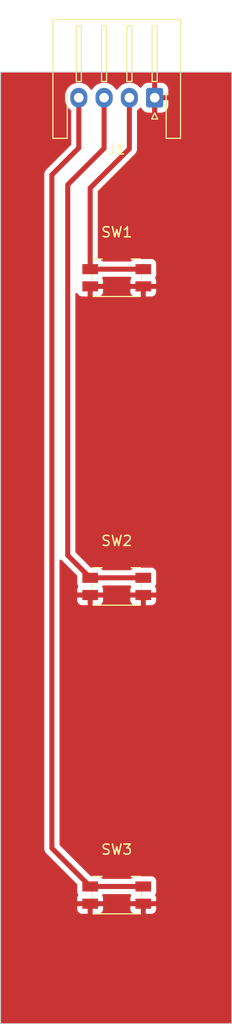
<source format=kicad_pcb>
(kicad_pcb (version 20221018) (generator pcbnew)
  (layers (0 "F.Cu" signal) (31 "B.Cu" signal) (34 "B.Paste" user) (35 "F.Paste" user) (36 "B.SilkS" user "B.Silkscreen") (37 "F.SilkS" user "F.Silkscreen") (38 "B.Mask" user) (39 "F.Mask" user) (44 "Edge.Cuts" user))
  (net 0 "")
  (net 1 "GND")
  (net 2 "SW1")
  (net 3 "SW2")
  (net 4 "SW3")
  (footprint "Button_Switch_SMD:Panasonic_EVQPUJ_EVQPUA" (layer "F.Cu") (at 47.05 48.26)
    (fp_text reference "SW1" (at 0 -4.5) (layer "F.SilkS"))
    (fp_text value "SW_Push")
    (fp_line (start -2.45 0.275) (end -2.45 -0.275) (stroke (width 0.12)) (layer "F.SilkS"))
    (fp_line (start -1.425 -1.85) (end -2.35 -1.85) (stroke (width 0.12)) (layer "F.SilkS"))
    (fp_line (start 2.35 -1.85) (end 1.425 -1.85) (stroke (width 0.12)) (layer "F.SilkS"))
    (fp_line (start 2.35 1.85) (end -2.35 1.85) (stroke (width 0.12)) (layer "F.SilkS"))
    (fp_line (start 2.45 0.275) (end 2.45 -0.275) (stroke (width 0.12)) (layer "F.SilkS"))
    (pad "1" smd rect (at -2.625 -0.85 180) (size 1.55 1) (layers "F.Cu" "F.Paste" "F.Mask") (net 2 "SW1"))
    (pad "1" smd rect (at 2.625 -0.85 180) (size 1.55 1) (layers "F.Cu" "F.Paste" "F.Mask") (net 2 "SW1"))
    (pad "2" smd rect (at -2.625 0.85 180) (size 1.55 1) (layers "F.Cu" "F.Paste" "F.Mask") (net 1 "GND"))
    (pad "2" smd rect (at 2.625 0.85 180) (size 1.55 1) (layers "F.Cu" "F.Paste" "F.Mask") (net 1 "GND"))
  )
  (footprint "Connector_JST:JST_XH_S4B-XH-A-1_1x04_P2.50mm_Horizontal" (layer "F.Cu") (at 50.8 30.48 180)
    (fp_text reference "J1" (at 3.75 -5.1) (layer "F.SilkS"))
    (fp_text value "CONTROLLER")
    (fp_line (start -2.56 -4.01) (end -1.14 -4.01) (stroke (width 0.12)) (layer "F.SilkS"))
    (fp_line (start -2.56 7.71) (end -2.56 -4.01) (stroke (width 0.12)) (layer "F.SilkS"))
    (fp_line (start -1.14 -4.01) (end -1.14 0.49) (stroke (width 0.12)) (layer "F.SilkS"))
    (fp_line (start -0.3 -2.1) (end 0.3 -2.1) (stroke (width 0.12)) (layer "F.SilkS"))
    (fp_line (start -0.25 1.6) (end -0.25 7.1) (stroke (width 0.12)) (layer "F.SilkS"))
    (fp_line (start -0.25 7.1) (end 0.25 7.1) (stroke (width 0.12)) (layer "F.SilkS"))
    (fp_line (start 0 -1.5) (end -0.3 -2.1) (stroke (width 0.12)) (layer "F.SilkS"))
    (fp_line (start 0.25 1.6) (end -0.25 1.6) (stroke (width 0.12)) (layer "F.SilkS"))
    (fp_line (start 0.25 7.1) (end 0.25 1.6) (stroke (width 0.12)) (layer "F.SilkS"))
    (fp_line (start 0.3 -2.1) (end 0 -1.5) (stroke (width 0.12)) (layer "F.SilkS"))
    (fp_line (start 2.25 1.6) (end 2.25 7.1) (stroke (width 0.12)) (layer "F.SilkS"))
    (fp_line (start 2.25 7.1) (end 2.75 7.1) (stroke (width 0.12)) (layer "F.SilkS"))
    (fp_line (start 2.75 1.6) (end 2.25 1.6) (stroke (width 0.12)) (layer "F.SilkS"))
    (fp_line (start 2.75 7.1) (end 2.75 1.6) (stroke (width 0.12)) (layer "F.SilkS"))
    (fp_line (start 3.75 7.71) (end -2.56 7.71) (stroke (width 0.12)) (layer "F.SilkS"))
    (fp_line (start 3.75 7.71) (end 10.06 7.71) (stroke (width 0.12)) (layer "F.SilkS"))
    (fp_line (start 4.75 1.6) (end 4.75 7.1) (stroke (width 0.12)) (layer "F.SilkS"))
    (fp_line (start 4.75 7.1) (end 5.25 7.1) (stroke (width 0.12)) (layer "F.SilkS"))
    (fp_line (start 5.25 1.6) (end 4.75 1.6) (stroke (width 0.12)) (layer "F.SilkS"))
    (fp_line (start 5.25 7.1) (end 5.25 1.6) (stroke (width 0.12)) (layer "F.SilkS"))
    (fp_line (start 7.25 1.6) (end 7.25 7.1) (stroke (width 0.12)) (layer "F.SilkS"))
    (fp_line (start 7.25 7.1) (end 7.75 7.1) (stroke (width 0.12)) (layer "F.SilkS"))
    (fp_line (start 7.75 1.6) (end 7.25 1.6) (stroke (width 0.12)) (layer "F.SilkS"))
    (fp_line (start 7.75 7.1) (end 7.75 1.6) (stroke (width 0.12)) (layer "F.SilkS"))
    (fp_line (start 8.64 -4.01) (end 8.64 0.49) (stroke (width 0.12)) (layer "F.SilkS"))
    (fp_line (start 10.06 -4.01) (end 8.64 -4.01) (stroke (width 0.12)) (layer "F.SilkS"))
    (fp_line (start 10.06 7.71) (end 10.06 -4.01) (stroke (width 0.12)) (layer "F.SilkS"))
    (pad "1" thru_hole roundrect (at 0 0 180) (size 1.7 1.95) (drill 0.95) (layers "*.Cu" "*.Mask") (roundrect_rratio 0.147059) (net 1 "GND"))
    (pad "2" thru_hole oval (at 2.5 0 180) (size 1.7 1.95) (drill 0.95) (layers "*.Cu" "*.Mask") (net 2 "SW1"))
    (pad "3" thru_hole oval (at 5 0 180) (size 1.7 1.95) (drill 0.95) (layers "*.Cu" "*.Mask") (net 3 "SW2"))
    (pad "4" thru_hole oval (at 7.5 0 180) (size 1.7 1.95) (drill 0.95) (layers "*.Cu" "*.Mask") (net 4 "SW3"))
  )
  (footprint "Button_Switch_SMD:Panasonic_EVQPUJ_EVQPUA" (layer "F.Cu") (at 47.05 78.74)
    (fp_text reference "SW2" (at 0 -4.5) (layer "F.SilkS"))
    (fp_text value "SW_Push")
    (fp_line (start -2.45 0.275) (end -2.45 -0.275) (stroke (width 0.12)) (layer "F.SilkS"))
    (fp_line (start -1.425 -1.85) (end -2.35 -1.85) (stroke (width 0.12)) (layer "F.SilkS"))
    (fp_line (start 2.35 -1.85) (end 1.425 -1.85) (stroke (width 0.12)) (layer "F.SilkS"))
    (fp_line (start 2.35 1.85) (end -2.35 1.85) (stroke (width 0.12)) (layer "F.SilkS"))
    (fp_line (start 2.45 0.275) (end 2.45 -0.275) (stroke (width 0.12)) (layer "F.SilkS"))
    (pad "1" smd rect (at -2.625 -0.85 180) (size 1.55 1) (layers "F.Cu" "F.Paste" "F.Mask") (net 3 "SW2"))
    (pad "1" smd rect (at 2.625 -0.85 180) (size 1.55 1) (layers "F.Cu" "F.Paste" "F.Mask") (net 3 "SW2"))
    (pad "2" smd rect (at -2.625 0.85 180) (size 1.55 1) (layers "F.Cu" "F.Paste" "F.Mask") (net 1 "GND"))
    (pad "2" smd rect (at 2.625 0.85 180) (size 1.55 1) (layers "F.Cu" "F.Paste" "F.Mask") (net 1 "GND"))
  )
  (footprint "Button_Switch_SMD:Panasonic_EVQPUJ_EVQPUA" (layer "F.Cu") (at 47.05 109.22)
    (fp_text reference "SW3" (at 0 -4.5) (layer "F.SilkS"))
    (fp_text value "SW_Push")
    (fp_line (start -2.45 0.275) (end -2.45 -0.275) (stroke (width 0.12)) (layer "F.SilkS"))
    (fp_line (start -1.425 -1.85) (end -2.35 -1.85) (stroke (width 0.12)) (layer "F.SilkS"))
    (fp_line (start 2.35 -1.85) (end 1.425 -1.85) (stroke (width 0.12)) (layer "F.SilkS"))
    (fp_line (start 2.35 1.85) (end -2.35 1.85) (stroke (width 0.12)) (layer "F.SilkS"))
    (fp_line (start 2.45 0.275) (end 2.45 -0.275) (stroke (width 0.12)) (layer "F.SilkS"))
    (pad "1" smd rect (at -2.625 -0.85 180) (size 1.55 1) (layers "F.Cu" "F.Paste" "F.Mask") (net 4 "SW3"))
    (pad "1" smd rect (at 2.625 -0.85 180) (size 1.55 1) (layers "F.Cu" "F.Paste" "F.Mask") (net 4 "SW3"))
    (pad "2" smd rect (at -2.625 0.85 180) (size 1.55 1) (layers "F.Cu" "F.Paste" "F.Mask") (net 1 "GND"))
    (pad "2" smd rect (at 2.625 0.85 180) (size 1.55 1) (layers "F.Cu" "F.Paste" "F.Mask") (net 1 "GND"))
  )
  (gr_rect (start 35.56 27.94) (end 58.42 121.92) (stroke (width 0.1)) (fill none) (layer "Edge.Cuts"))
  (segment (start 48.3 35.52) (end 48.3 30.48) (width 0.5) (layer "F.Cu") (net 2))
  (segment (start 44.425 39.395) (end 48.3 35.52) (width 0.5) (layer "F.Cu") (net 2))
  (segment (start 44.425 47.41) (end 44.425 39.395) (width 0.5) (layer "F.Cu") (net 2))
  (segment (start 49.675 47.41) (end 44.425 47.41) (width 0.5) (layer "F.Cu") (net 2))
  (segment (start 44.425 77.89) (end 42.208613 75.673613) (width 0.5) (layer "F.Cu") (net 3))
  (segment (start 42.208613 39.071387) (end 45.8 35.48) (width 0.5) (layer "F.Cu") (net 3))
  (segment (start 42.208613 75.673613) (end 42.208613 39.071387) (width 0.5) (layer "F.Cu") (net 3))
  (segment (start 44.425 77.89) (end 49.675 77.89) (width 0.5) (layer "F.Cu") (net 3))
  (segment (start 45.8 35.48) (end 45.8 30.48) (width 0.5) (layer "F.Cu") (net 3))
  (segment (start 44.425 108.37) (end 49.675 108.37) (width 0.5) (layer "F.Cu") (net 4))
  (segment (start 43.3 35.44) (end 40.64 38.1) (width 0.5) (layer "F.Cu") (net 4))
  (segment (start 40.64 104.585) (end 44.425 108.37) (width 0.5) (layer "F.Cu") (net 4))
  (segment (start 43.3 30.48) (end 43.3 35.44) (width 0.5) (layer "F.Cu") (net 4))
  (segment (start 40.64 38.1) (end 40.64 104.585) (width 0.5) (layer "F.Cu") (net 4))
  (zone (net 1) (net_name "GND") (layer "F.Cu") (connect_pads (clearance 0.5)) (min_thickness 0.25) (fill yes (thermal_gap 0.5) (thermal_bridge_width 0.5))
    (polygon (pts (xy 58.42 27.94) (xy 35.56 27.94) (xy 35.56 121.92) (xy 58.42 121.92)))
  )
)
</source>
